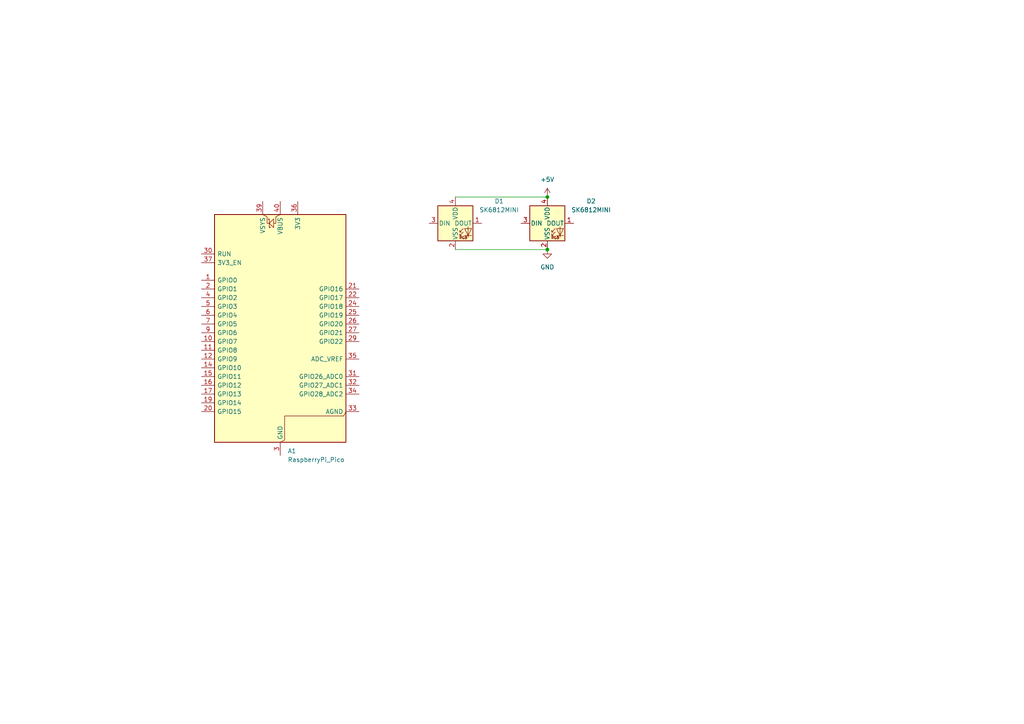
<source format=kicad_sch>
(kicad_sch (version 20250114) (generator "eeschema") (generator_version "9.0")
  (paper "A4")
  (lib_symbols
    (symbol "LED:SK6812MINI" (pin_names (offset 0.254))
      (property "Reference" "D" (at 5.08 5.715 0))
      (property "Value" "SK6812MINI" (at 1.27 -5.715 0))
      (symbol "SK6812MINI_0_0"
        (text "RGB" (at 2.286 -4.191 0) (effects (font (size 0.762 0.762))))
      )
      (symbol "SK6812MINI_0_1"
        (polyline (pts (xy 1.27 -2.54) (xy 1.778 -2.54)))
        (polyline (pts (xy 1.27 -3.556) (xy 1.778 -3.556)))
        (polyline (pts (xy 2.286 -1.524) (xy 1.27 -2.54) (xy 1.27 -2.032)))
        (polyline (pts (xy 2.286 -2.54) (xy 1.27 -3.556) (xy 1.27 -3.048)))
        (polyline (pts (xy 3.683 -1.016) (xy 3.683 -3.556) (xy 3.683 -4.064)))
        (polyline (pts (xy 4.699 -1.524) (xy 2.667 -1.524) (xy 3.683 -3.556) (xy 4.699 -1.524)))
        (polyline (pts (xy 4.699 -3.556) (xy 2.667 -3.556)))
        (rectangle (start 5.08 5.08) (end -5.08 -5.08) (stroke (width 0.254)) (fill (type background)))
      )
      (symbol "SK6812MINI_1_1"
        (pin input line (at -7.62 0 0) (length 2.54) (name "DIN") (number "3"))
        (pin power_in line (at 0 7.62 270) (length 2.54) (name "VDD") (number "4"))
        (pin power_in line (at 0 -7.62 90) (length 2.54) (name "VSS") (number "2"))
        (pin output line (at 7.62 0 180) (length 2.54) (name "DOUT") (number "1"))
      )
    )
    (symbol "MCU_Module:RaspberryPi_Pico" (pin_names (offset 0.762))
      (property "Reference" "A" (at -19.05 35.56 0))
      (property "Value" "RaspberryPi_Pico" (at 7.62 35.56 0))
      (symbol "RaspberryPi_Pico_0_1"
        (rectangle (start -19.05 34.29) (end 19.05 -31.75) (stroke (width 0.254)) (fill (type background)))
        (polyline (pts (xy -5.08 34.29) (xy -3.81 33.655) (xy -3.81 31.75) (xy -3.175 31.75)))
        (polyline (pts (xy -3.429 32.766) (xy -3.429 33.02) (xy -3.175 33.02) (xy -3.175 30.48) (xy -2.921 30.48) (xy -2.921 30.734)))
        (polyline (pts (xy -3.175 31.75) (xy -1.905 33.02) (xy -1.905 30.48) (xy -3.175 31.75)))
        (polyline (pts (xy 0 34.29) (xy -1.27 33.655) (xy -1.27 31.75) (xy -1.905 31.75)))
        (polyline (pts (xy 0 -31.75) (xy 1.27 -31.115) (xy 1.27 -24.13) (xy 18.415 -24.13) (xy 19.05 -22.86)))
      )
      (symbol "RaspberryPi_Pico_1_1"
        (pin passive line (at -22.86 22.86 0) (length 3.81) (name "RUN") (number "30"))
        (pin passive line (at -22.86 20.32 0) (length 3.81) (name "3V3_EN") (number "37"))
        (pin bidirectional line (at -22.86 15.24 0) (length 3.81) (name "GPIO0") (number "1"))
        (pin bidirectional line (at -22.86 12.7 0) (length 3.81) (name "GPIO1") (number "2"))
        (pin bidirectional line (at -22.86 10.16 0) (length 3.81) (name "GPIO2") (number "4"))
        (pin bidirectional line (at -22.86 7.62 0) (length 3.81) (name "GPIO3") (number "5"))
        (pin bidirectional line (at -22.86 5.08 0) (length 3.81) (name "GPIO4") (number "6"))
        (pin bidirectional line (at -22.86 2.54 0) (length 3.81) (name "GPIO5") (number "7"))
        (pin bidirectional line (at -22.86 0 0) (length 3.81) (name "GPIO6") (number "9"))
        (pin bidirectional line (at -22.86 -2.54 0) (length 3.81) (name "GPIO7") (number "10"))
        (pin bidirectional line (at -22.86 -5.08 0) (length 3.81) (name "GPIO8") (number "11"))
        (pin bidirectional line (at -22.86 -7.62 0) (length 3.81) (name "GPIO9") (number "12"))
        (pin bidirectional line (at -22.86 -10.16 0) (length 3.81) (name "GPIO10") (number "14"))
        (pin bidirectional line (at -22.86 -12.7 0) (length 3.81) (name "GPIO11") (number "15"))
        (pin bidirectional line (at -22.86 -15.24 0) (length 3.81) (name "GPIO12") (number "16"))
        (pin bidirectional line (at -22.86 -17.78 0) (length 3.81) (name "GPIO13") (number "17"))
        (pin bidirectional line (at -22.86 -20.32 0) (length 3.81) (name "GPIO14") (number "19"))
        (pin bidirectional line (at -22.86 -22.86 0) (length 3.81) (name "GPIO15") (number "20"))
        (pin power_in line (at -5.08 38.1 270) (length 3.81) (name "VSYS") (number "39"))
        (pin power_out line (at 0 38.1 270) (length 3.81) (name "VBUS") (number "40"))
        (pin passive line (at 0 -35.56 90) (length 3.81) (hide yes) (name "GND") (number "13"))
        (pin passive line (at 0 -35.56 90) (length 3.81) (hide yes) (name "GND") (number "18"))
        (pin passive line (at 0 -35.56 90) (length 3.81) (hide yes) (name "GND") (number "23"))
        (pin passive line (at 0 -35.56 90) (length 3.81) (hide yes) (name "GND") (number "28"))
        (pin power_out line (at 0 -35.56 90) (length 3.81) (name "GND") (number "3"))
        (pin passive line (at 0 -35.56 90) (length 3.81) (hide yes) (name "GND") (number "38"))
        (pin passive line (at 0 -35.56 90) (length 3.81) (hide yes) (name "GND") (number "8"))
        (pin power_out line (at 5.08 38.1 270) (length 3.81) (name "3V3") (number "36"))
        (pin bidirectional line (at 22.86 12.7 180) (length 3.81) (name "GPIO16") (number "21"))
        (pin bidirectional line (at 22.86 10.16 180) (length 3.81) (name "GPIO17") (number "22"))
        (pin bidirectional line (at 22.86 7.62 180) (length 3.81) (name "GPIO18") (number "24"))
        (pin bidirectional line (at 22.86 5.08 180) (length 3.81) (name "GPIO19") (number "25"))
        (pin bidirectional line (at 22.86 2.54 180) (length 3.81) (name "GPIO20") (number "26"))
        (pin bidirectional line (at 22.86 0 180) (length 3.81) (name "GPIO21") (number "27"))
        (pin bidirectional line (at 22.86 -2.54 180) (length 3.81) (name "GPIO22") (number "29"))
        (pin power_in line (at 22.86 -7.62 180) (length 3.81) (name "ADC_VREF") (number "35"))
        (pin bidirectional line (at 22.86 -12.7 180) (length 3.81) (name "GPIO26_ADC0") (number "31"))
        (pin bidirectional line (at 22.86 -15.24 180) (length 3.81) (name "GPIO27_ADC1") (number "32"))
        (pin bidirectional line (at 22.86 -17.78 180) (length 3.81) (name "GPIO28_ADC2") (number "34"))
        (pin power_out line (at 22.86 -22.86 180) (length 3.81) (name "AGND") (number "33"))
      )
    )
    (symbol "power:+5V" (power) (pin_numbers (hide yes)) (pin_names (offset 0) (hide yes))
      (property "Value" "+5V" (at 0 3.556 0))
      (symbol "+5V_0_1"
        (polyline (pts (xy -0.762 1.27) (xy 0 2.54)))
        (polyline (pts (xy 0 2.54) (xy 0.762 1.27)))
        (polyline (pts (xy 0 0) (xy 0 2.54)))
      )
      (symbol "+5V_1_1"
        (pin power_in line (at 0 0 90) (length 0) (name "~") (number "1"))
      )
    )
    (symbol "power:GND" (power) (pin_numbers (hide yes)) (pin_names (offset 0) (hide yes))
      (property "Value" "GND" (at 0 -3.81 0))
      (symbol "GND_0_1"
        (polyline (pts (xy 0 0) (xy 0 -1.27) (xy 1.27 -1.27) (xy 0 -2.54) (xy -1.27 -1.27) (xy 0 -1.27)))
      )
      (symbol "GND_1_1"
        (pin power_in line (at 0 0 270) (length 0) (name "~") (number "1"))
      )
    )
  )
  (junction (at 158.75 57.15))
  (junction (at 158.75 72.39))
  (wire (pts (xy 132.08 57.15) (xy 158.75 57.15)))
  (wire (pts (xy 132.08 72.39) (xy 158.75 72.39)))
  (symbol (lib_id "MCU_Module:RaspberryPi_Pico") (at 81.28 96.52 0) (unit 1)
    (property "Reference" "A1" (at 83.4233 130.81 0) (effects (justify left)))
    (property "Value" "RaspberryPi_Pico" (at 83.4233 133.35 0) (effects (justify left)))
    (property "Footprint" "Module:RaspberryPi_Pico_Common_Unspecified" (effects (hide yes)))
    (property "Datasheet" "https://datasheets.raspberrypi.com/pico/pico-datasheet.pdf" (effects (hide yes)))
    (property "Description" "Versatile and inexpensive microcontroller module powered by RP2040 dual-core Arm Cortex-M0+ processor up to 133 MHz, 264kB SRAM, 2MB QSPI flash; also supports Raspberry Pi Pico 2" (effects (hide yes)))
  )
  (symbol (lib_id "LED:SK6812MINI") (at 132.08 64.77 0) (unit 1)
    (property "Reference" "D1" (at 144.78 58.3498 0))
    (property "Value" "SK6812MINI" (at 144.78 60.8898 0))
    (property "Footprint" "LED_SMD:LED_SK6812MINI_PLCC4_3.5x3.5mm_P1.75mm" (effects (hide yes)))
    (property "Datasheet" "https://cdn-shop.adafruit.com/product-files/2686/SK6812MINI_REV.01-1-2.pdf" (effects (hide yes)))
    (property "Description" "RGB LED with integrated controller" (effects (hide yes)))
  )
  (symbol (lib_id "power:GND") (at 158.75 72.39 0) (unit 1)
    (property "Reference" "#PWR02" (effects (hide yes)))
    (property "Value" "GND" (at 158.75 77.47 0))
    (property "Description" "Power symbol creates a global label with name \"GND\" , ground" (effects (hide yes)))
  )
  (symbol (lib_id "LED:SK6812MINI") (at 158.75 64.77 0) (unit 1)
    (property "Reference" "D2" (at 171.45 58.3498 0))
    (property "Value" "SK6812MINI" (at 171.45 60.8898 0))
    (property "Footprint" "LED_SMD:LED_SK6812MINI_PLCC4_3.5x3.5mm_P1.75mm" (effects (hide yes)))
    (property "Datasheet" "https://cdn-shop.adafruit.com/product-files/2686/SK6812MINI_REV.01-1-2.pdf" (effects (hide yes)))
    (property "Description" "RGB LED with integrated controller" (effects (hide yes)))
  )
  (symbol (lib_id "power:+5V") (at 158.75 57.15 0) (unit 1)
    (property "Reference" "#PWR01" (effects (hide yes)))
    (property "Value" "+5V" (at 158.75 52.07 0))
    (property "Description" "Power symbol creates a global label with name \"+5V\"" (effects (hide yes)))
  )
)
</source>
